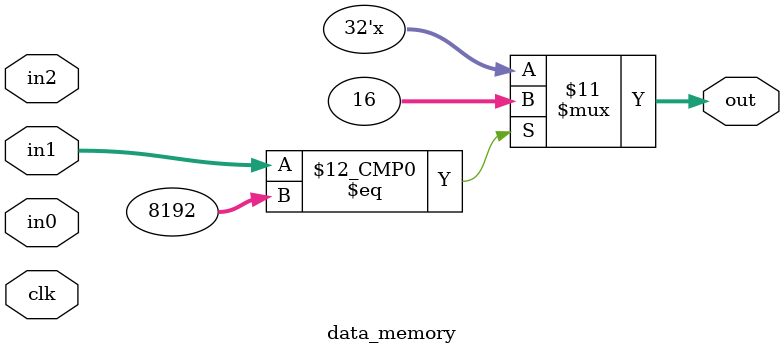
<source format=v>
`timescale 1ns / 1ps


module data_memory #(parameter n=32)(
input clk, in0 /*we*/,
input [n-1:0] in1, in2, //a,wd
output reg [n-1:0]  out  //rd
);


reg [n-1:0] data [0:(2**n)-1];

//read
//assign out = (in0 == 1'b0)? data[in1[31:0]] : 32'h00000000;


//write
always @(posedge clk)
 begin
  if(in0)
   data[in1[31:2]] <= in2;

 end
 


  

//this is a special case for our primary program
 always @(*)
    begin
     case(in1)
   32'h2000:  out= 32'h10;
   endcase
   end
endmodule

</source>
